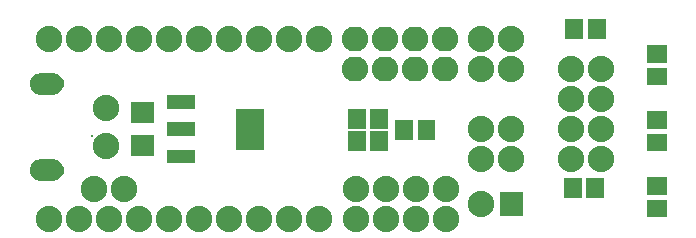
<source format=gbr>
G04 DipTrace 2.4.0.2*
%INTopMask.gbr*%
%MOIN*%
%ADD33C,0.088*%
%ADD35O,0.088X0.083*%
%ADD37C,0.008*%
%ADD39C,0.088*%
%FSLAX44Y44*%
G04*
G70*
G90*
G75*
G01*
%LNTopMask*%
%LPD*%
D39*
X23190Y6940D3*
X22190D3*
X23190Y7940D3*
X22190D3*
X23190Y8940D3*
X22190D3*
X23190Y9940D3*
X22190D3*
X4790Y10940D3*
X5790D3*
X6790D3*
X7790D3*
X8790D3*
X9790D3*
X10790D3*
X11790D3*
X12790D3*
X13790D3*
X4790Y4940D3*
X5790D3*
X6790D3*
X7790D3*
X8790D3*
X9790D3*
X10790D3*
X11790D3*
X12790D3*
X13790D3*
X6690Y8640D3*
D37*
X6218Y7695D3*
D39*
X6690Y7380D3*
G36*
X4500Y9822D2*
X4342Y9786D1*
X4211Y9681D1*
X4139Y9531D1*
Y9363D1*
X4211Y9213D1*
X4342Y9109D1*
X4500Y9072D1*
X4903D1*
X5062Y9109D1*
X5192Y9213D1*
X5265Y9363D1*
Y9531D1*
X5192Y9681D1*
X5062Y9786D1*
X4903Y9822D1*
X4500D1*
G37*
G36*
Y6948D2*
X4342Y6912D1*
X4211Y6807D1*
X4139Y6657D1*
Y6489D1*
X4211Y6339D1*
X4342Y6235D1*
X4500Y6198D1*
X4903D1*
X5062Y6235D1*
X5192Y6339D1*
X5265Y6489D1*
Y6657D1*
X5192Y6807D1*
X5062Y6912D1*
X4903Y6948D1*
X4500D1*
G37*
G36*
X8284Y7035D2*
X7496D1*
Y7745D1*
X8284D1*
Y7035D1*
G37*
G36*
Y8137D2*
X7496D1*
Y8847D1*
X8284D1*
Y8137D1*
G37*
D35*
X14990Y9940D3*
Y10940D3*
X15990Y9940D3*
Y10940D3*
X16990Y9940D3*
Y10940D3*
X17990Y9940D3*
Y10940D3*
G36*
X20580Y5050D2*
X19800D1*
Y5830D1*
X20580D1*
Y5050D1*
G37*
D39*
X19190Y5440D3*
G36*
X25375Y4994D2*
X24705D1*
Y5586D1*
X25375D1*
Y4994D1*
G37*
G36*
Y5742D2*
X24705D1*
Y6334D1*
X25375D1*
Y5742D1*
G37*
G36*
X25370Y9399D2*
X24700D1*
Y9991D1*
X25370D1*
Y9399D1*
G37*
G36*
Y10147D2*
X24700D1*
Y10739D1*
X25370D1*
Y10147D1*
G37*
G36*
Y7199D2*
X24700D1*
Y7791D1*
X25370D1*
Y7199D1*
G37*
G36*
Y7947D2*
X24700D1*
Y8539D1*
X25370D1*
Y7947D1*
G37*
G36*
X8727Y8613D2*
Y9067D1*
X9653D1*
Y8613D1*
X8727D1*
G37*
G36*
Y7707D2*
Y8161D1*
X9653D1*
Y7707D1*
X8727D1*
G37*
G36*
Y6802D2*
Y7256D1*
X9653D1*
Y6802D1*
X8727D1*
G37*
G36*
X11010Y7255D2*
Y8614D1*
X11937D1*
Y7255D1*
X11010D1*
G37*
G36*
X16320Y7579D2*
Y8249D1*
X16912D1*
Y7579D1*
X16320D1*
G37*
G36*
X17068D2*
Y8249D1*
X17660D1*
Y7579D1*
X17068D1*
G37*
G36*
X21944Y5655D2*
Y6325D1*
X22536D1*
Y5655D1*
X21944D1*
G37*
G36*
X22692D2*
Y6325D1*
X23284D1*
Y5655D1*
X22692D1*
G37*
G36*
X16086Y8625D2*
Y7955D1*
X15494D1*
Y8625D1*
X16086D1*
G37*
G36*
X15338D2*
Y7955D1*
X14746D1*
Y8625D1*
X15338D1*
G37*
D39*
X15000Y4940D3*
Y5940D3*
X16000Y4940D3*
Y5940D3*
X17000Y4940D3*
Y5940D3*
X18000Y4940D3*
Y5940D3*
D33*
X6290D3*
X7290D3*
X19190Y9940D3*
Y10940D3*
X20190Y9940D3*
Y10940D3*
X19190Y6940D3*
Y7940D3*
X20190Y6940D3*
Y7940D3*
G36*
X16086Y7875D2*
Y7205D1*
X15494D1*
Y7875D1*
X16086D1*
G37*
G36*
X15338D2*
Y7205D1*
X14746D1*
Y7875D1*
X15338D1*
G37*
G36*
X21994Y10955D2*
Y11625D1*
X22586D1*
Y10955D1*
X21994D1*
G37*
G36*
X22742D2*
Y11625D1*
X23334D1*
Y10955D1*
X22742D1*
G37*
M02*

</source>
